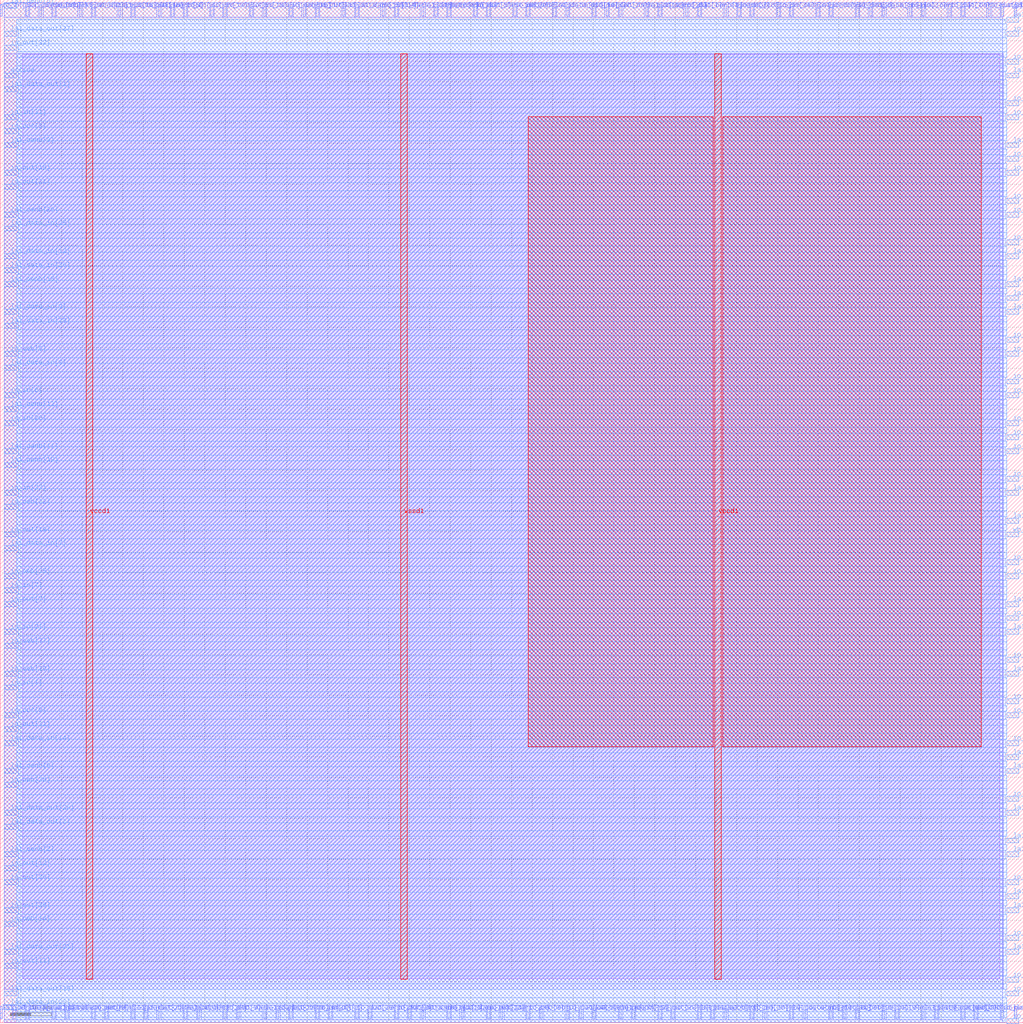
<source format=lef>
VERSION 5.7 ;
  NOWIREEXTENSIONATPIN ON ;
  DIVIDERCHAR "/" ;
  BUSBITCHARS "[]" ;
MACRO wrapped_channel
  CLASS BLOCK ;
  FOREIGN wrapped_channel ;
  ORIGIN 0.000 0.000 ;
  SIZE 250.000 BY 250.000 ;
  PIN active
    DIRECTION INPUT ;
    USE SIGNAL ;
    PORT
      LAYER met3 ;
        RECT 1.000 230.940 4.000 232.140 ;
    END
  END active
  PIN io_in[0]
    DIRECTION INPUT ;
    USE SIGNAL ;
    PORT
      LAYER met2 ;
        RECT 77.230 1.000 77.790 4.000 ;
    END
  END io_in[0]
  PIN io_in[10]
    DIRECTION INPUT ;
    USE SIGNAL ;
    PORT
      LAYER met2 ;
        RECT 138.410 246.000 138.970 249.000 ;
    END
  END io_in[10]
  PIN io_in[11]
    DIRECTION INPUT ;
    USE SIGNAL ;
    PORT
      LAYER met2 ;
        RECT -0.050 246.000 0.510 249.000 ;
    END
  END io_in[11]
  PIN io_in[12]
    DIRECTION INPUT ;
    USE SIGNAL ;
    PORT
      LAYER met3 ;
        RECT 246.000 210.540 249.000 211.740 ;
    END
  END io_in[12]
  PIN io_in[13]
    DIRECTION INPUT ;
    USE SIGNAL ;
    PORT
      LAYER met2 ;
        RECT 119.090 1.000 119.650 4.000 ;
    END
  END io_in[13]
  PIN io_in[14]
    DIRECTION INPUT ;
    USE SIGNAL ;
    PORT
      LAYER met2 ;
        RECT 93.330 246.000 93.890 249.000 ;
    END
  END io_in[14]
  PIN io_in[15]
    DIRECTION INPUT ;
    USE SIGNAL ;
    PORT
      LAYER met3 ;
        RECT 246.000 220.740 249.000 221.940 ;
    END
  END io_in[15]
  PIN io_in[16]
    DIRECTION INPUT ;
    USE SIGNAL ;
    PORT
      LAYER met3 ;
        RECT 246.000 20.140 249.000 21.340 ;
    END
  END io_in[16]
  PIN io_in[17]
    DIRECTION INPUT ;
    USE SIGNAL ;
    PORT
      LAYER met2 ;
        RECT 51.470 246.000 52.030 249.000 ;
    END
  END io_in[17]
  PIN io_in[18]
    DIRECTION INPUT ;
    USE SIGNAL ;
    PORT
      LAYER met2 ;
        RECT 61.130 246.000 61.690 249.000 ;
    END
  END io_in[18]
  PIN io_in[19]
    DIRECTION INPUT ;
    USE SIGNAL ;
    PORT
      LAYER met2 ;
        RECT 215.690 1.000 216.250 4.000 ;
    END
  END io_in[19]
  PIN io_in[1]
    DIRECTION INPUT ;
    USE SIGNAL ;
    PORT
      LAYER met3 ;
        RECT 1.000 81.340 4.000 82.540 ;
    END
  END io_in[1]
  PIN io_in[20]
    DIRECTION INPUT ;
    USE SIGNAL ;
    PORT
      LAYER met3 ;
        RECT 1.000 145.940 4.000 147.140 ;
    END
  END io_in[20]
  PIN io_in[21]
    DIRECTION INPUT ;
    USE SIGNAL ;
    PORT
      LAYER met3 ;
        RECT 1.000 94.940 4.000 96.140 ;
    END
  END io_in[21]
  PIN io_in[22]
    DIRECTION INPUT ;
    USE SIGNAL ;
    PORT
      LAYER met3 ;
        RECT 246.000 77.940 249.000 79.140 ;
    END
  END io_in[22]
  PIN io_in[23]
    DIRECTION INPUT ;
    USE SIGNAL ;
    PORT
      LAYER met2 ;
        RECT 45.030 246.000 45.590 249.000 ;
    END
  END io_in[23]
  PIN io_in[24]
    DIRECTION INPUT ;
    USE SIGNAL ;
    PORT
      LAYER met2 ;
        RECT 32.150 246.000 32.710 249.000 ;
    END
  END io_in[24]
  PIN io_in[25]
    DIRECTION INPUT ;
    USE SIGNAL ;
    PORT
      LAYER met2 ;
        RECT 186.710 1.000 187.270 4.000 ;
    END
  END io_in[25]
  PIN io_in[26]
    DIRECTION INPUT ;
    USE SIGNAL ;
    PORT
      LAYER met2 ;
        RECT 183.490 1.000 184.050 4.000 ;
    END
  END io_in[26]
  PIN io_in[27]
    DIRECTION INPUT ;
    USE SIGNAL ;
    PORT
      LAYER met3 ;
        RECT 246.000 54.140 249.000 55.340 ;
    END
  END io_in[27]
  PIN io_in[28]
    DIRECTION INPUT ;
    USE SIGNAL ;
    PORT
      LAYER met2 ;
        RECT 164.170 1.000 164.730 4.000 ;
    END
  END io_in[28]
  PIN io_in[29]
    DIRECTION INPUT ;
    USE SIGNAL ;
    PORT
      LAYER met2 ;
        RECT 247.890 246.000 248.450 249.000 ;
    END
  END io_in[29]
  PIN io_in[2]
    DIRECTION INPUT ;
    USE SIGNAL ;
    PORT
      LAYER met2 ;
        RECT 80.450 1.000 81.010 4.000 ;
    END
  END io_in[2]
  PIN io_in[30]
    DIRECTION INPUT ;
    USE SIGNAL ;
    PORT
      LAYER met3 ;
        RECT 246.000 98.340 249.000 99.540 ;
    END
  END io_in[30]
  PIN io_in[31]
    DIRECTION INPUT ;
    USE SIGNAL ;
    PORT
      LAYER met3 ;
        RECT 1.000 220.740 4.000 221.940 ;
    END
  END io_in[31]
  PIN io_in[32]
    DIRECTION INPUT ;
    USE SIGNAL ;
    PORT
      LAYER met2 ;
        RECT 154.510 1.000 155.070 4.000 ;
    END
  END io_in[32]
  PIN io_in[33]
    DIRECTION INPUT ;
    USE SIGNAL ;
    PORT
      LAYER met3 ;
        RECT 1.000 128.940 4.000 130.140 ;
    END
  END io_in[33]
  PIN io_in[34]
    DIRECTION INPUT ;
    USE SIGNAL ;
    PORT
      LAYER met2 ;
        RECT 189.930 246.000 190.490 249.000 ;
    END
  END io_in[34]
  PIN io_in[35]
    DIRECTION INPUT ;
    USE SIGNAL ;
    PORT
      LAYER met2 ;
        RECT 215.690 246.000 216.250 249.000 ;
    END
  END io_in[35]
  PIN io_in[36]
    DIRECTION INPUT ;
    USE SIGNAL ;
    PORT
      LAYER met3 ;
        RECT 246.000 156.140 249.000 157.340 ;
    END
  END io_in[36]
  PIN io_in[37]
    DIRECTION INPUT ;
    USE SIGNAL ;
    PORT
      LAYER met2 ;
        RECT 222.130 246.000 222.690 249.000 ;
    END
  END io_in[37]
  PIN io_in[3]
    DIRECTION INPUT ;
    USE SIGNAL ;
    PORT
      LAYER met2 ;
        RECT 144.850 246.000 145.410 249.000 ;
    END
  END io_in[3]
  PIN io_in[4]
    DIRECTION INPUT ;
    USE SIGNAL ;
    PORT
      LAYER met3 ;
        RECT 246.000 152.740 249.000 153.940 ;
    END
  END io_in[4]
  PIN io_in[5]
    DIRECTION INPUT ;
    USE SIGNAL ;
    PORT
      LAYER met3 ;
        RECT 246.000 241.140 249.000 242.340 ;
    END
  END io_in[5]
  PIN io_in[6]
    DIRECTION INPUT ;
    USE SIGNAL ;
    PORT
      LAYER met3 ;
        RECT 1.000 152.740 4.000 153.940 ;
    END
  END io_in[6]
  PIN io_in[7]
    DIRECTION INPUT ;
    USE SIGNAL ;
    PORT
      LAYER met3 ;
        RECT 1.000 105.140 4.000 106.340 ;
    END
  END io_in[7]
  PIN io_in[8]
    DIRECTION INPUT ;
    USE SIGNAL ;
    PORT
      LAYER met3 ;
        RECT 246.000 166.340 249.000 167.540 ;
    END
  END io_in[8]
  PIN io_in[9]
    DIRECTION INPUT ;
    USE SIGNAL ;
    PORT
      LAYER met2 ;
        RECT 41.810 246.000 42.370 249.000 ;
    END
  END io_in[9]
  PIN io_oeb[0]
    DIRECTION INOUT ;
    USE SIGNAL ;
    PORT
      LAYER met2 ;
        RECT 131.970 1.000 132.530 4.000 ;
    END
  END io_oeb[0]
  PIN io_oeb[10]
    DIRECTION INOUT ;
    USE SIGNAL ;
    PORT
      LAYER met3 ;
        RECT 1.000 84.740 4.000 85.940 ;
    END
  END io_oeb[10]
  PIN io_oeb[11]
    DIRECTION INOUT ;
    USE SIGNAL ;
    PORT
      LAYER met3 ;
        RECT 246.000 142.540 249.000 143.740 ;
    END
  END io_oeb[11]
  PIN io_oeb[12]
    DIRECTION INOUT ;
    USE SIGNAL ;
    PORT
      LAYER met3 ;
        RECT 246.000 74.540 249.000 75.740 ;
    END
  END io_oeb[12]
  PIN io_oeb[13]
    DIRECTION INOUT ;
    USE SIGNAL ;
    PORT
      LAYER met3 ;
        RECT 246.000 67.740 249.000 68.940 ;
    END
  END io_oeb[13]
  PIN io_oeb[14]
    DIRECTION INOUT ;
    USE SIGNAL ;
    PORT
      LAYER met3 ;
        RECT 1.000 23.540 4.000 24.740 ;
    END
  END io_oeb[14]
  PIN io_oeb[15]
    DIRECTION INOUT ;
    USE SIGNAL ;
    PORT
      LAYER met2 ;
        RECT 70.790 246.000 71.350 249.000 ;
    END
  END io_oeb[15]
  PIN io_oeb[16]
    DIRECTION INOUT ;
    USE SIGNAL ;
    PORT
      LAYER met3 ;
        RECT 246.000 9.940 249.000 11.140 ;
    END
  END io_oeb[16]
  PIN io_oeb[17]
    DIRECTION INOUT ;
    USE SIGNAL ;
    PORT
      LAYER met2 ;
        RECT 67.570 1.000 68.130 4.000 ;
    END
  END io_oeb[17]
  PIN io_oeb[18]
    DIRECTION INOUT ;
    USE SIGNAL ;
    PORT
      LAYER met2 ;
        RECT 180.270 246.000 180.830 249.000 ;
    END
  END io_oeb[18]
  PIN io_oeb[19]
    DIRECTION INOUT ;
    USE SIGNAL ;
    PORT
      LAYER met2 ;
        RECT 74.010 246.000 74.570 249.000 ;
    END
  END io_oeb[19]
  PIN io_oeb[1]
    DIRECTION INOUT ;
    USE SIGNAL ;
    PORT
      LAYER met2 ;
        RECT 196.370 1.000 196.930 4.000 ;
    END
  END io_oeb[1]
  PIN io_oeb[20]
    DIRECTION INOUT ;
    USE SIGNAL ;
    PORT
      LAYER met3 ;
        RECT 246.000 108.540 249.000 109.740 ;
    END
  END io_oeb[20]
  PIN io_oeb[21]
    DIRECTION INOUT ;
    USE SIGNAL ;
    PORT
      LAYER met2 ;
        RECT 9.610 246.000 10.170 249.000 ;
    END
  END io_oeb[21]
  PIN io_oeb[22]
    DIRECTION INOUT ;
    USE SIGNAL ;
    PORT
      LAYER met2 ;
        RECT 25.710 1.000 26.270 4.000 ;
    END
  END io_oeb[22]
  PIN io_oeb[23]
    DIRECTION INOUT ;
    USE SIGNAL ;
    PORT
      LAYER met2 ;
        RECT 125.530 246.000 126.090 249.000 ;
    END
  END io_oeb[23]
  PIN io_oeb[24]
    DIRECTION INOUT ;
    USE SIGNAL ;
    PORT
      LAYER met2 ;
        RECT 128.750 246.000 129.310 249.000 ;
    END
  END io_oeb[24]
  PIN io_oeb[25]
    DIRECTION INOUT ;
    USE SIGNAL ;
    PORT
      LAYER met2 ;
        RECT 238.230 1.000 238.790 4.000 ;
    END
  END io_oeb[25]
  PIN io_oeb[26]
    DIRECTION INOUT ;
    USE SIGNAL ;
    PORT
      LAYER met3 ;
        RECT 246.000 196.940 249.000 198.140 ;
    END
  END io_oeb[26]
  PIN io_oeb[27]
    DIRECTION INOUT ;
    USE SIGNAL ;
    PORT
      LAYER met2 ;
        RECT 148.070 246.000 148.630 249.000 ;
    END
  END io_oeb[27]
  PIN io_oeb[28]
    DIRECTION INOUT ;
    USE SIGNAL ;
    PORT
      LAYER met2 ;
        RECT 209.250 1.000 209.810 4.000 ;
    END
  END io_oeb[28]
  PIN io_oeb[29]
    DIRECTION INOUT ;
    USE SIGNAL ;
    PORT
      LAYER met3 ;
        RECT 246.000 162.940 249.000 164.140 ;
    END
  END io_oeb[29]
  PIN io_oeb[2]
    DIRECTION INOUT ;
    USE SIGNAL ;
    PORT
      LAYER met2 ;
        RECT 209.250 246.000 209.810 249.000 ;
    END
  END io_oeb[2]
  PIN io_oeb[30]
    DIRECTION INOUT ;
    USE SIGNAL ;
    PORT
      LAYER met2 ;
        RECT 12.830 246.000 13.390 249.000 ;
    END
  END io_oeb[30]
  PIN io_oeb[31]
    DIRECTION INOUT ;
    USE SIGNAL ;
    PORT
      LAYER met2 ;
        RECT 206.030 1.000 206.590 4.000 ;
    END
  END io_oeb[31]
  PIN io_oeb[32]
    DIRECTION INOUT ;
    USE SIGNAL ;
    PORT
      LAYER met3 ;
        RECT 1.000 125.540 4.000 126.740 ;
    END
  END io_oeb[32]
  PIN io_oeb[33]
    DIRECTION INOUT ;
    USE SIGNAL ;
    PORT
      LAYER met2 ;
        RECT 244.670 1.000 245.230 4.000 ;
    END
  END io_oeb[33]
  PIN io_oeb[34]
    DIRECTION INOUT ;
    USE SIGNAL ;
    PORT
      LAYER met2 ;
        RECT 54.690 246.000 55.250 249.000 ;
    END
  END io_oeb[34]
  PIN io_oeb[35]
    DIRECTION INOUT ;
    USE SIGNAL ;
    PORT
      LAYER met3 ;
        RECT 1.000 108.540 4.000 109.740 ;
    END
  END io_oeb[35]
  PIN io_oeb[36]
    DIRECTION INOUT ;
    USE SIGNAL ;
    PORT
      LAYER met3 ;
        RECT 1.000 57.540 4.000 58.740 ;
    END
  END io_oeb[36]
  PIN io_oeb[37]
    DIRECTION INOUT ;
    USE SIGNAL ;
    PORT
      LAYER met3 ;
        RECT 1.000 91.540 4.000 92.740 ;
    END
  END io_oeb[37]
  PIN io_oeb[3]
    DIRECTION INOUT ;
    USE SIGNAL ;
    PORT
      LAYER met2 ;
        RECT 128.750 1.000 129.310 4.000 ;
    END
  END io_oeb[3]
  PIN io_oeb[4]
    DIRECTION INOUT ;
    USE SIGNAL ;
    PORT
      LAYER met3 ;
        RECT 246.000 -0.260 249.000 0.940 ;
    END
  END io_oeb[4]
  PIN io_oeb[5]
    DIRECTION INOUT ;
    USE SIGNAL ;
    PORT
      LAYER met3 ;
        RECT 1.000 162.940 4.000 164.140 ;
    END
  END io_oeb[5]
  PIN io_oeb[6]
    DIRECTION INOUT ;
    USE SIGNAL ;
    PORT
      LAYER met3 ;
        RECT 246.000 88.140 249.000 89.340 ;
    END
  END io_oeb[6]
  PIN io_oeb[7]
    DIRECTION INOUT ;
    USE SIGNAL ;
    PORT
      LAYER met2 ;
        RECT 64.350 246.000 64.910 249.000 ;
    END
  END io_oeb[7]
  PIN io_oeb[8]
    DIRECTION INOUT ;
    USE SIGNAL ;
    PORT
      LAYER met2 ;
        RECT 22.490 1.000 23.050 4.000 ;
    END
  END io_oeb[8]
  PIN io_oeb[9]
    DIRECTION INOUT ;
    USE SIGNAL ;
    PORT
      LAYER met2 ;
        RECT 54.690 1.000 55.250 4.000 ;
    END
  END io_oeb[9]
  PIN io_out[0]
    DIRECTION INOUT ;
    USE SIGNAL ;
    PORT
      LAYER met3 ;
        RECT 246.000 234.340 249.000 235.540 ;
    END
  END io_out[0]
  PIN io_out[10]
    DIRECTION INOUT ;
    USE SIGNAL ;
    PORT
      LAYER met3 ;
        RECT 246.000 139.140 249.000 140.340 ;
    END
  END io_out[10]
  PIN io_out[11]
    DIRECTION INOUT ;
    USE SIGNAL ;
    PORT
      LAYER met3 ;
        RECT 1.000 13.340 4.000 14.540 ;
    END
  END io_out[11]
  PIN io_out[12]
    DIRECTION INOUT ;
    USE SIGNAL ;
    PORT
      LAYER met3 ;
        RECT 1.000 37.140 4.000 38.340 ;
    END
  END io_out[12]
  PIN io_out[13]
    DIRECTION INOUT ;
    USE SIGNAL ;
    PORT
      LAYER met2 ;
        RECT 202.810 1.000 203.370 4.000 ;
    END
  END io_out[13]
  PIN io_out[14]
    DIRECTION INOUT ;
    USE SIGNAL ;
    PORT
      LAYER met3 ;
        RECT 246.000 200.340 249.000 201.540 ;
    END
  END io_out[14]
  PIN io_out[15]
    DIRECTION INOUT ;
    USE SIGNAL ;
    PORT
      LAYER met3 ;
        RECT 1.000 207.140 4.000 208.340 ;
    END
  END io_out[15]
  PIN io_out[16]
    DIRECTION INOUT ;
    USE SIGNAL ;
    PORT
      LAYER met3 ;
        RECT 246.000 132.340 249.000 133.540 ;
    END
  END io_out[16]
  PIN io_out[17]
    DIRECTION INOUT ;
    USE SIGNAL ;
    PORT
      LAYER met2 ;
        RECT 231.790 246.000 232.350 249.000 ;
    END
  END io_out[17]
  PIN io_out[18]
    DIRECTION INOUT ;
    USE SIGNAL ;
    PORT
      LAYER met2 ;
        RECT 235.010 1.000 235.570 4.000 ;
    END
  END io_out[18]
  PIN io_out[19]
    DIRECTION INOUT ;
    USE SIGNAL ;
    PORT
      LAYER met3 ;
        RECT 1.000 118.740 4.000 119.940 ;
    END
  END io_out[19]
  PIN io_out[1]
    DIRECTION INOUT ;
    USE SIGNAL ;
    PORT
      LAYER met2 ;
        RECT 167.390 246.000 167.950 249.000 ;
    END
  END io_out[1]
  PIN io_out[20]
    DIRECTION INOUT ;
    USE SIGNAL ;
    PORT
      LAYER met2 ;
        RECT 202.810 246.000 203.370 249.000 ;
    END
  END io_out[20]
  PIN io_out[21]
    DIRECTION INOUT ;
    USE SIGNAL ;
    PORT
      LAYER met3 ;
        RECT 1.000 203.740 4.000 204.940 ;
    END
  END io_out[21]
  PIN io_out[22]
    DIRECTION INOUT ;
    USE SIGNAL ;
    PORT
      LAYER met2 ;
        RECT 160.950 1.000 161.510 4.000 ;
    END
  END io_out[22]
  PIN io_out[23]
    DIRECTION INOUT ;
    USE SIGNAL ;
    PORT
      LAYER met3 ;
        RECT 246.000 111.940 249.000 113.140 ;
    END
  END io_out[23]
  PIN io_out[24]
    DIRECTION INOUT ;
    USE SIGNAL ;
    PORT
      LAYER met2 ;
        RECT 138.410 1.000 138.970 4.000 ;
    END
  END io_out[24]
  PIN io_out[25]
    DIRECTION INOUT ;
    USE SIGNAL ;
    PORT
      LAYER met2 ;
        RECT 183.490 246.000 184.050 249.000 ;
    END
  END io_out[25]
  PIN io_out[26]
    DIRECTION INOUT ;
    USE SIGNAL ;
    PORT
      LAYER met3 ;
        RECT 1.000 26.940 4.000 28.140 ;
    END
  END io_out[26]
  PIN io_out[27]
    DIRECTION INOUT ;
    USE SIGNAL ;
    PORT
      LAYER met2 ;
        RECT 193.150 246.000 193.710 249.000 ;
    END
  END io_out[27]
  PIN io_out[28]
    DIRECTION INOUT ;
    USE SIGNAL ;
    PORT
      LAYER met2 ;
        RECT 86.890 1.000 87.450 4.000 ;
    END
  END io_out[28]
  PIN io_out[29]
    DIRECTION INOUT ;
    USE SIGNAL ;
    PORT
      LAYER met3 ;
        RECT 246.000 6.540 249.000 7.740 ;
    END
  END io_out[29]
  PIN io_out[2]
    DIRECTION INOUT ;
    USE SIGNAL ;
    PORT
      LAYER met2 ;
        RECT 35.370 1.000 35.930 4.000 ;
    END
  END io_out[2]
  PIN io_out[30]
    DIRECTION INOUT ;
    USE SIGNAL ;
    PORT
      LAYER met3 ;
        RECT 1.000 33.740 4.000 34.940 ;
    END
  END io_out[30]
  PIN io_out[31]
    DIRECTION INOUT ;
    USE SIGNAL ;
    PORT
      LAYER met3 ;
        RECT 1.000 71.140 4.000 72.340 ;
    END
  END io_out[31]
  PIN io_out[32]
    DIRECTION INOUT ;
    USE SIGNAL ;
    PORT
      LAYER met3 ;
        RECT 1.000 237.740 4.000 238.940 ;
    END
  END io_out[32]
  PIN io_out[33]
    DIRECTION INOUT ;
    USE SIGNAL ;
    PORT
      LAYER met3 ;
        RECT 246.000 33.740 249.000 34.940 ;
    END
  END io_out[33]
  PIN io_out[34]
    DIRECTION INOUT ;
    USE SIGNAL ;
    PORT
      LAYER met3 ;
        RECT 246.000 207.140 249.000 208.340 ;
    END
  END io_out[34]
  PIN io_out[35]
    DIRECTION INOUT ;
    USE SIGNAL ;
    PORT
      LAYER met3 ;
        RECT 246.000 190.140 249.000 191.340 ;
    END
  END io_out[35]
  PIN io_out[36]
    DIRECTION INOUT ;
    USE SIGNAL ;
    PORT
      LAYER met2 ;
        RECT 77.230 246.000 77.790 249.000 ;
    END
  END io_out[36]
  PIN io_out[37]
    DIRECTION INOUT ;
    USE SIGNAL ;
    PORT
      LAYER met3 ;
        RECT 246.000 224.140 249.000 225.340 ;
    END
  END io_out[37]
  PIN io_out[3]
    DIRECTION INOUT ;
    USE SIGNAL ;
    PORT
      LAYER met3 ;
        RECT 1.000 217.340 4.000 218.540 ;
    END
  END io_out[3]
  PIN io_out[4]
    DIRECTION INOUT ;
    USE SIGNAL ;
    PORT
      LAYER met3 ;
        RECT 246.000 145.940 249.000 147.140 ;
    END
  END io_out[4]
  PIN io_out[5]
    DIRECTION INOUT ;
    USE SIGNAL ;
    PORT
      LAYER met2 ;
        RECT 115.870 246.000 116.430 249.000 ;
    END
  END io_out[5]
  PIN io_out[6]
    DIRECTION INOUT ;
    USE SIGNAL ;
    PORT
      LAYER met2 ;
        RECT 241.450 246.000 242.010 249.000 ;
    END
  END io_out[6]
  PIN io_out[7]
    DIRECTION INOUT ;
    USE SIGNAL ;
    PORT
      LAYER met3 ;
        RECT 1.000 101.740 4.000 102.940 ;
    END
  END io_out[7]
  PIN io_out[8]
    DIRECTION INOUT ;
    USE SIGNAL ;
    PORT
      LAYER met2 ;
        RECT 96.550 1.000 97.110 4.000 ;
    END
  END io_out[8]
  PIN io_out[9]
    DIRECTION INOUT ;
    USE SIGNAL ;
    PORT
      LAYER met3 ;
        RECT 1.000 74.540 4.000 75.740 ;
    END
  END io_out[9]
  PIN la1_data_in[0]
    DIRECTION INPUT ;
    USE SIGNAL ;
    PORT
      LAYER met3 ;
        RECT 246.000 40.540 249.000 41.740 ;
    END
  END la1_data_in[0]
  PIN la1_data_in[10]
    DIRECTION INPUT ;
    USE SIGNAL ;
    PORT
      LAYER met2 ;
        RECT 109.430 1.000 109.990 4.000 ;
    END
  END la1_data_in[10]
  PIN la1_data_in[11]
    DIRECTION INPUT ;
    USE SIGNAL ;
    PORT
      LAYER met3 ;
        RECT 246.000 30.340 249.000 31.540 ;
    END
  END la1_data_in[11]
  PIN la1_data_in[12]
    DIRECTION INPUT ;
    USE SIGNAL ;
    PORT
      LAYER met3 ;
        RECT 1.000 186.740 4.000 187.940 ;
    END
  END la1_data_in[12]
  PIN la1_data_in[13]
    DIRECTION INPUT ;
    USE SIGNAL ;
    PORT
      LAYER met2 ;
        RECT 170.610 1.000 171.170 4.000 ;
    END
  END la1_data_in[13]
  PIN la1_data_in[14]
    DIRECTION INPUT ;
    USE SIGNAL ;
    PORT
      LAYER met3 ;
        RECT 1.000 67.740 4.000 68.940 ;
    END
  END la1_data_in[14]
  PIN la1_data_in[15]
    DIRECTION INPUT ;
    USE SIGNAL ;
    PORT
      LAYER met2 ;
        RECT 83.670 246.000 84.230 249.000 ;
    END
  END la1_data_in[15]
  PIN la1_data_in[16]
    DIRECTION INPUT ;
    USE SIGNAL ;
    PORT
      LAYER met2 ;
        RECT 157.730 246.000 158.290 249.000 ;
    END
  END la1_data_in[16]
  PIN la1_data_in[17]
    DIRECTION INPUT ;
    USE SIGNAL ;
    PORT
      LAYER met2 ;
        RECT 119.090 246.000 119.650 249.000 ;
    END
  END la1_data_in[17]
  PIN la1_data_in[18]
    DIRECTION INPUT ;
    USE SIGNAL ;
    PORT
      LAYER met2 ;
        RECT 218.910 1.000 219.470 4.000 ;
    END
  END la1_data_in[18]
  PIN la1_data_in[19]
    DIRECTION INPUT ;
    USE SIGNAL ;
    PORT
      LAYER met2 ;
        RECT 86.890 246.000 87.450 249.000 ;
    END
  END la1_data_in[19]
  PIN la1_data_in[1]
    DIRECTION INPUT ;
    USE SIGNAL ;
    PORT
      LAYER met2 ;
        RECT 99.770 1.000 100.330 4.000 ;
    END
  END la1_data_in[1]
  PIN la1_data_in[20]
    DIRECTION INPUT ;
    USE SIGNAL ;
    PORT
      LAYER met3 ;
        RECT 1.000 183.340 4.000 184.540 ;
    END
  END la1_data_in[20]
  PIN la1_data_in[21]
    DIRECTION INPUT ;
    USE SIGNAL ;
    PORT
      LAYER met2 ;
        RECT 244.670 246.000 245.230 249.000 ;
    END
  END la1_data_in[21]
  PIN la1_data_in[22]
    DIRECTION INPUT ;
    USE SIGNAL ;
    PORT
      LAYER met3 ;
        RECT 246.000 43.940 249.000 45.140 ;
    END
  END la1_data_in[22]
  PIN la1_data_in[23]
    DIRECTION INPUT ;
    USE SIGNAL ;
    PORT
      LAYER met3 ;
        RECT 1.000 3.140 4.000 4.340 ;
    END
  END la1_data_in[23]
  PIN la1_data_in[24]
    DIRECTION INPUT ;
    USE SIGNAL ;
    PORT
      LAYER met2 ;
        RECT 70.790 1.000 71.350 4.000 ;
    END
  END la1_data_in[24]
  PIN la1_data_in[25]
    DIRECTION INPUT ;
    USE SIGNAL ;
    PORT
      LAYER met3 ;
        RECT 1.000 193.540 4.000 194.740 ;
    END
  END la1_data_in[25]
  PIN la1_data_in[26]
    DIRECTION INPUT ;
    USE SIGNAL ;
    PORT
      LAYER met3 ;
        RECT 246.000 16.740 249.000 17.940 ;
    END
  END la1_data_in[26]
  PIN la1_data_in[27]
    DIRECTION INPUT ;
    USE SIGNAL ;
    PORT
      LAYER met2 ;
        RECT 144.850 1.000 145.410 4.000 ;
    END
  END la1_data_in[27]
  PIN la1_data_in[28]
    DIRECTION INPUT ;
    USE SIGNAL ;
    PORT
      LAYER met3 ;
        RECT 1.000 169.740 4.000 170.940 ;
    END
  END la1_data_in[28]
  PIN la1_data_in[29]
    DIRECTION INPUT ;
    USE SIGNAL ;
    PORT
      LAYER met2 ;
        RECT 6.390 246.000 6.950 249.000 ;
    END
  END la1_data_in[29]
  PIN la1_data_in[2]
    DIRECTION INPUT ;
    USE SIGNAL ;
    PORT
      LAYER met2 ;
        RECT 57.910 1.000 58.470 4.000 ;
    END
  END la1_data_in[2]
  PIN la1_data_in[30]
    DIRECTION INPUT ;
    USE SIGNAL ;
    PORT
      LAYER met2 ;
        RECT 6.390 1.000 6.950 4.000 ;
    END
  END la1_data_in[30]
  PIN la1_data_in[31]
    DIRECTION INPUT ;
    USE SIGNAL ;
    PORT
      LAYER met2 ;
        RECT 193.150 1.000 193.710 4.000 ;
    END
  END la1_data_in[31]
  PIN la1_data_in[3]
    DIRECTION INPUT ;
    USE SIGNAL ;
    PORT
      LAYER met3 ;
        RECT 1.000 159.540 4.000 160.740 ;
    END
  END la1_data_in[3]
  PIN la1_data_in[4]
    DIRECTION INPUT ;
    USE SIGNAL ;
    PORT
      LAYER met2 ;
        RECT 212.470 246.000 213.030 249.000 ;
    END
  END la1_data_in[4]
  PIN la1_data_in[5]
    DIRECTION INPUT ;
    USE SIGNAL ;
    PORT
      LAYER met3 ;
        RECT 246.000 122.140 249.000 123.340 ;
    END
  END la1_data_in[5]
  PIN la1_data_in[6]
    DIRECTION INPUT ;
    USE SIGNAL ;
    PORT
      LAYER met2 ;
        RECT 96.550 246.000 97.110 249.000 ;
    END
  END la1_data_in[6]
  PIN la1_data_in[7]
    DIRECTION INPUT ;
    USE SIGNAL ;
    PORT
      LAYER met3 ;
        RECT 1.000 115.340 4.000 116.540 ;
    END
  END la1_data_in[7]
  PIN la1_data_in[8]
    DIRECTION INPUT ;
    USE SIGNAL ;
    PORT
      LAYER met2 ;
        RECT 102.990 246.000 103.550 249.000 ;
    END
  END la1_data_in[8]
  PIN la1_data_in[9]
    DIRECTION INPUT ;
    USE SIGNAL ;
    PORT
      LAYER met3 ;
        RECT 1.000 173.140 4.000 174.340 ;
    END
  END la1_data_in[9]
  PIN la1_data_out[0]
    DIRECTION INOUT ;
    USE SIGNAL ;
    PORT
      LAYER met2 ;
        RECT 38.590 1.000 39.150 4.000 ;
    END
  END la1_data_out[0]
  PIN la1_data_out[10]
    DIRECTION INOUT ;
    USE SIGNAL ;
    PORT
      LAYER met3 ;
        RECT 246.000 60.940 249.000 62.140 ;
    END
  END la1_data_out[10]
  PIN la1_data_out[11]
    DIRECTION INOUT ;
    USE SIGNAL ;
    PORT
      LAYER met2 ;
        RECT 112.650 1.000 113.210 4.000 ;
    END
  END la1_data_out[11]
  PIN la1_data_out[12]
    DIRECTION INOUT ;
    USE SIGNAL ;
    PORT
      LAYER met3 ;
        RECT 246.000 230.940 249.000 232.140 ;
    END
  END la1_data_out[12]
  PIN la1_data_out[13]
    DIRECTION INOUT ;
    USE SIGNAL ;
    PORT
      LAYER met2 ;
        RECT 22.490 246.000 23.050 249.000 ;
    END
  END la1_data_out[13]
  PIN la1_data_out[14]
    DIRECTION INOUT ;
    USE SIGNAL ;
    PORT
      LAYER met2 ;
        RECT 135.190 246.000 135.750 249.000 ;
    END
  END la1_data_out[14]
  PIN la1_data_out[15]
    DIRECTION INOUT ;
    USE SIGNAL ;
    PORT
      LAYER met3 ;
        RECT 1.000 6.540 4.000 7.740 ;
    END
  END la1_data_out[15]
  PIN la1_data_out[16]
    DIRECTION INOUT ;
    USE SIGNAL ;
    PORT
      LAYER met3 ;
        RECT 246.000 84.740 249.000 85.940 ;
    END
  END la1_data_out[16]
  PIN la1_data_out[17]
    DIRECTION INOUT ;
    USE SIGNAL ;
    PORT
      LAYER met3 ;
        RECT 246.000 179.940 249.000 181.140 ;
    END
  END la1_data_out[17]
  PIN la1_data_out[18]
    DIRECTION INOUT ;
    USE SIGNAL ;
    PORT
      LAYER met2 ;
        RECT 28.930 246.000 29.490 249.000 ;
    END
  END la1_data_out[18]
  PIN la1_data_out[19]
    DIRECTION INOUT ;
    USE SIGNAL ;
    PORT
      LAYER met3 ;
        RECT 246.000 128.940 249.000 130.140 ;
    END
  END la1_data_out[19]
  PIN la1_data_out[1]
    DIRECTION INOUT ;
    USE SIGNAL ;
    PORT
      LAYER met3 ;
        RECT 1.000 227.540 4.000 228.740 ;
    END
  END la1_data_out[1]
  PIN la1_data_out[20]
    DIRECTION INOUT ;
    USE SIGNAL ;
    PORT
      LAYER met3 ;
        RECT 1.000 50.740 4.000 51.940 ;
    END
  END la1_data_out[20]
  PIN la1_data_out[21]
    DIRECTION INOUT ;
    USE SIGNAL ;
    PORT
      LAYER met3 ;
        RECT 246.000 213.940 249.000 215.140 ;
    END
  END la1_data_out[21]
  PIN la1_data_out[22]
    DIRECTION INOUT ;
    USE SIGNAL ;
    PORT
      LAYER met2 ;
        RECT 151.290 246.000 151.850 249.000 ;
    END
  END la1_data_out[22]
  PIN la1_data_out[23]
    DIRECTION INOUT ;
    USE SIGNAL ;
    PORT
      LAYER met2 ;
        RECT 64.350 1.000 64.910 4.000 ;
    END
  END la1_data_out[23]
  PIN la1_data_out[24]
    DIRECTION INOUT ;
    USE SIGNAL ;
    PORT
      LAYER met3 ;
        RECT 246.000 94.940 249.000 96.140 ;
    END
  END la1_data_out[24]
  PIN la1_data_out[25]
    DIRECTION INOUT ;
    USE SIGNAL ;
    PORT
      LAYER met3 ;
        RECT 1.000 16.740 4.000 17.940 ;
    END
  END la1_data_out[25]
  PIN la1_data_out[26]
    DIRECTION INOUT ;
    USE SIGNAL ;
    PORT
      LAYER met3 ;
        RECT 246.000 26.940 249.000 28.140 ;
    END
  END la1_data_out[26]
  PIN la1_data_out[27]
    DIRECTION INOUT ;
    USE SIGNAL ;
    PORT
      LAYER met3 ;
        RECT 1.000 241.140 4.000 242.340 ;
    END
  END la1_data_out[27]
  PIN la1_data_out[28]
    DIRECTION INOUT ;
    USE SIGNAL ;
    PORT
      LAYER met2 ;
        RECT 225.350 1.000 225.910 4.000 ;
    END
  END la1_data_out[28]
  PIN la1_data_out[29]
    DIRECTION INOUT ;
    USE SIGNAL ;
    PORT
      LAYER met2 ;
        RECT 32.150 1.000 32.710 4.000 ;
    END
  END la1_data_out[29]
  PIN la1_data_out[2]
    DIRECTION INOUT ;
    USE SIGNAL ;
    PORT
      LAYER met2 ;
        RECT 102.990 1.000 103.550 4.000 ;
    END
  END la1_data_out[2]
  PIN la1_data_out[30]
    DIRECTION INOUT ;
    USE SIGNAL ;
    PORT
      LAYER met3 ;
        RECT 246.000 64.340 249.000 65.540 ;
    END
  END la1_data_out[30]
  PIN la1_data_out[31]
    DIRECTION INOUT ;
    USE SIGNAL ;
    PORT
      LAYER met3 ;
        RECT 246.000 244.540 249.000 245.740 ;
    END
  END la1_data_out[31]
  PIN la1_data_out[3]
    DIRECTION INOUT ;
    USE SIGNAL ;
    PORT
      LAYER met3 ;
        RECT 1.000 47.340 4.000 48.540 ;
    END
  END la1_data_out[3]
  PIN la1_data_out[4]
    DIRECTION INOUT ;
    USE SIGNAL ;
    PORT
      LAYER met2 ;
        RECT 228.570 1.000 229.130 4.000 ;
    END
  END la1_data_out[4]
  PIN la1_data_out[5]
    DIRECTION INOUT ;
    USE SIGNAL ;
    PORT
      LAYER met2 ;
        RECT 16.050 1.000 16.610 4.000 ;
    END
  END la1_data_out[5]
  PIN la1_data_out[6]
    DIRECTION INOUT ;
    USE SIGNAL ;
    PORT
      LAYER met3 ;
        RECT 246.000 101.740 249.000 102.940 ;
    END
  END la1_data_out[6]
  PIN la1_data_out[7]
    DIRECTION INOUT ;
    USE SIGNAL ;
    PORT
      LAYER met2 ;
        RECT 3.170 1.000 3.730 4.000 ;
    END
  END la1_data_out[7]
  PIN la1_data_out[8]
    DIRECTION INOUT ;
    USE SIGNAL ;
    PORT
      LAYER met3 ;
        RECT 246.000 186.740 249.000 187.940 ;
    END
  END la1_data_out[8]
  PIN la1_data_out[9]
    DIRECTION INOUT ;
    USE SIGNAL ;
    PORT
      LAYER met2 ;
        RECT 235.010 246.000 235.570 249.000 ;
    END
  END la1_data_out[9]
  PIN la1_oenb[0]
    DIRECTION INPUT ;
    USE SIGNAL ;
    PORT
      LAYER met2 ;
        RECT 247.890 1.000 248.450 4.000 ;
    END
  END la1_oenb[0]
  PIN la1_oenb[10]
    DIRECTION INPUT ;
    USE SIGNAL ;
    PORT
      LAYER met2 ;
        RECT 225.350 246.000 225.910 249.000 ;
    END
  END la1_oenb[10]
  PIN la1_oenb[11]
    DIRECTION INPUT ;
    USE SIGNAL ;
    PORT
      LAYER met3 ;
        RECT 1.000 139.140 4.000 140.340 ;
    END
  END la1_oenb[11]
  PIN la1_oenb[12]
    DIRECTION INPUT ;
    USE SIGNAL ;
    PORT
      LAYER met3 ;
        RECT 1.000 149.340 4.000 150.540 ;
    END
  END la1_oenb[12]
  PIN la1_oenb[13]
    DIRECTION INPUT ;
    USE SIGNAL ;
    PORT
      LAYER met2 ;
        RECT 151.290 1.000 151.850 4.000 ;
    END
  END la1_oenb[13]
  PIN la1_oenb[14]
    DIRECTION INPUT ;
    USE SIGNAL ;
    PORT
      LAYER met2 ;
        RECT -0.050 1.000 0.510 4.000 ;
    END
  END la1_oenb[14]
  PIN la1_oenb[15]
    DIRECTION INPUT ;
    USE SIGNAL ;
    PORT
      LAYER met2 ;
        RECT 177.050 1.000 177.610 4.000 ;
    END
  END la1_oenb[15]
  PIN la1_oenb[16]
    DIRECTION INPUT ;
    USE SIGNAL ;
    PORT
      LAYER met3 ;
        RECT 1.000 179.940 4.000 181.140 ;
    END
  END la1_oenb[16]
  PIN la1_oenb[17]
    DIRECTION INPUT ;
    USE SIGNAL ;
    PORT
      LAYER met2 ;
        RECT 19.270 246.000 19.830 249.000 ;
    END
  END la1_oenb[17]
  PIN la1_oenb[18]
    DIRECTION INPUT ;
    USE SIGNAL ;
    PORT
      LAYER met2 ;
        RECT 109.430 246.000 109.990 249.000 ;
    END
  END la1_oenb[18]
  PIN la1_oenb[19]
    DIRECTION INPUT ;
    USE SIGNAL ;
    PORT
      LAYER met3 ;
        RECT 1.000 135.740 4.000 136.940 ;
    END
  END la1_oenb[19]
  PIN la1_oenb[1]
    DIRECTION INPUT ;
    USE SIGNAL ;
    PORT
      LAYER met2 ;
        RECT 45.030 1.000 45.590 4.000 ;
    END
  END la1_oenb[1]
  PIN la1_oenb[20]
    DIRECTION INPUT ;
    USE SIGNAL ;
    PORT
      LAYER met2 ;
        RECT 12.830 1.000 13.390 4.000 ;
    END
  END la1_oenb[20]
  PIN la1_oenb[21]
    DIRECTION INPUT ;
    USE SIGNAL ;
    PORT
      LAYER met2 ;
        RECT 160.950 246.000 161.510 249.000 ;
    END
  END la1_oenb[21]
  PIN la1_oenb[22]
    DIRECTION INPUT ;
    USE SIGNAL ;
    PORT
      LAYER met2 ;
        RECT 106.210 246.000 106.770 249.000 ;
    END
  END la1_oenb[22]
  PIN la1_oenb[23]
    DIRECTION INPUT ;
    USE SIGNAL ;
    PORT
      LAYER met2 ;
        RECT 122.310 1.000 122.870 4.000 ;
    END
  END la1_oenb[23]
  PIN la1_oenb[24]
    DIRECTION INPUT ;
    USE SIGNAL ;
    PORT
      LAYER met2 ;
        RECT 199.590 246.000 200.150 249.000 ;
    END
  END la1_oenb[24]
  PIN la1_oenb[25]
    DIRECTION INPUT ;
    USE SIGNAL ;
    PORT
      LAYER met3 ;
        RECT 246.000 50.740 249.000 51.940 ;
    END
  END la1_oenb[25]
  PIN la1_oenb[26]
    DIRECTION INPUT ;
    USE SIGNAL ;
    PORT
      LAYER met3 ;
        RECT 1.000 196.940 4.000 198.140 ;
    END
  END la1_oenb[26]
  PIN la1_oenb[27]
    DIRECTION INPUT ;
    USE SIGNAL ;
    PORT
      LAYER met3 ;
        RECT 246.000 176.540 249.000 177.740 ;
    END
  END la1_oenb[27]
  PIN la1_oenb[28]
    DIRECTION INPUT ;
    USE SIGNAL ;
    PORT
      LAYER met2 ;
        RECT 48.250 1.000 48.810 4.000 ;
    END
  END la1_oenb[28]
  PIN la1_oenb[29]
    DIRECTION INPUT ;
    USE SIGNAL ;
    PORT
      LAYER met2 ;
        RECT 90.110 1.000 90.670 4.000 ;
    END
  END la1_oenb[29]
  PIN la1_oenb[2]
    DIRECTION INPUT ;
    USE SIGNAL ;
    PORT
      LAYER met3 ;
        RECT 1.000 40.540 4.000 41.740 ;
    END
  END la1_oenb[2]
  PIN la1_oenb[30]
    DIRECTION INPUT ;
    USE SIGNAL ;
    PORT
      LAYER met3 ;
        RECT 246.000 173.140 249.000 174.340 ;
    END
  END la1_oenb[30]
  PIN la1_oenb[31]
    DIRECTION INPUT ;
    USE SIGNAL ;
    PORT
      LAYER met2 ;
        RECT 141.630 1.000 142.190 4.000 ;
    END
  END la1_oenb[31]
  PIN la1_oenb[3]
    DIRECTION INPUT ;
    USE SIGNAL ;
    PORT
      LAYER met2 ;
        RECT 177.050 246.000 177.610 249.000 ;
    END
  END la1_oenb[3]
  PIN la1_oenb[4]
    DIRECTION INPUT ;
    USE SIGNAL ;
    PORT
      LAYER met2 ;
        RECT 170.610 246.000 171.170 249.000 ;
    END
  END la1_oenb[4]
  PIN la1_oenb[5]
    DIRECTION INPUT ;
    USE SIGNAL ;
    PORT
      LAYER met3 ;
        RECT 1.000 247.940 4.000 249.140 ;
    END
  END la1_oenb[5]
  PIN la1_oenb[6]
    DIRECTION INPUT ;
    USE SIGNAL ;
    PORT
      LAYER met2 ;
        RECT 38.590 246.000 39.150 249.000 ;
    END
  END la1_oenb[6]
  PIN la1_oenb[7]
    DIRECTION INPUT ;
    USE SIGNAL ;
    PORT
      LAYER met2 ;
        RECT 173.830 1.000 174.390 4.000 ;
    END
  END la1_oenb[7]
  PIN la1_oenb[8]
    DIRECTION INPUT ;
    USE SIGNAL ;
    PORT
      LAYER met3 ;
        RECT 1.000 60.940 4.000 62.140 ;
    END
  END la1_oenb[8]
  PIN la1_oenb[9]
    DIRECTION INPUT ;
    USE SIGNAL ;
    PORT
      LAYER met3 ;
        RECT 1.000 213.940 4.000 215.140 ;
    END
  END la1_oenb[9]
  PIN vccd1
    DIRECTION INOUT ;
    USE POWER ;
    PORT
      LAYER met4 ;
        RECT 21.040 10.640 22.640 236.880 ;
    END
    PORT
      LAYER met4 ;
        RECT 174.640 10.640 176.240 236.880 ;
    END
  END vccd1
  PIN vssd1
    DIRECTION INOUT ;
    USE GROUND ;
    PORT
      LAYER met4 ;
        RECT 97.840 10.640 99.440 236.880 ;
    END
  END vssd1
  PIN wb_clk_i
    DIRECTION INPUT ;
    USE SIGNAL ;
    PORT
      LAYER met3 ;
        RECT 246.000 118.740 249.000 119.940 ;
    END
  END wb_clk_i
  OBS
      LAYER li1 ;
        RECT 5.520 10.795 244.260 236.725 ;
      LAYER met1 ;
        RECT 0.990 8.200 245.110 236.880 ;
      LAYER met2 ;
        RECT 1.020 249.280 245.080 249.290 ;
        RECT 1.020 245.720 6.110 249.280 ;
        RECT 7.230 245.720 9.330 249.280 ;
        RECT 10.450 245.720 12.550 249.280 ;
        RECT 13.670 245.720 18.990 249.280 ;
        RECT 20.110 245.720 22.210 249.280 ;
        RECT 23.330 245.720 28.650 249.280 ;
        RECT 29.770 245.720 31.870 249.280 ;
        RECT 32.990 245.720 38.310 249.280 ;
        RECT 39.430 245.720 41.530 249.280 ;
        RECT 42.650 245.720 44.750 249.280 ;
        RECT 45.870 245.720 51.190 249.280 ;
        RECT 52.310 245.720 54.410 249.280 ;
        RECT 55.530 245.720 60.850 249.280 ;
        RECT 61.970 245.720 64.070 249.280 ;
        RECT 65.190 245.720 70.510 249.280 ;
        RECT 71.630 245.720 73.730 249.280 ;
        RECT 74.850 245.720 76.950 249.280 ;
        RECT 78.070 245.720 83.390 249.280 ;
        RECT 84.510 245.720 86.610 249.280 ;
        RECT 87.730 245.720 93.050 249.280 ;
        RECT 94.170 245.720 96.270 249.280 ;
        RECT 97.390 245.720 102.710 249.280 ;
        RECT 103.830 245.720 105.930 249.280 ;
        RECT 107.050 245.720 109.150 249.280 ;
        RECT 110.270 245.720 115.590 249.280 ;
        RECT 116.710 245.720 118.810 249.280 ;
        RECT 119.930 245.720 125.250 249.280 ;
        RECT 126.370 245.720 128.470 249.280 ;
        RECT 129.590 245.720 134.910 249.280 ;
        RECT 136.030 245.720 138.130 249.280 ;
        RECT 139.250 245.720 144.570 249.280 ;
        RECT 145.690 245.720 147.790 249.280 ;
        RECT 148.910 245.720 151.010 249.280 ;
        RECT 152.130 245.720 157.450 249.280 ;
        RECT 158.570 245.720 160.670 249.280 ;
        RECT 161.790 245.720 167.110 249.280 ;
        RECT 168.230 245.720 170.330 249.280 ;
        RECT 171.450 245.720 176.770 249.280 ;
        RECT 177.890 245.720 179.990 249.280 ;
        RECT 181.110 245.720 183.210 249.280 ;
        RECT 184.330 245.720 189.650 249.280 ;
        RECT 190.770 245.720 192.870 249.280 ;
        RECT 193.990 245.720 199.310 249.280 ;
        RECT 200.430 245.720 202.530 249.280 ;
        RECT 203.650 245.720 208.970 249.280 ;
        RECT 210.090 245.720 212.190 249.280 ;
        RECT 213.310 245.720 215.410 249.280 ;
        RECT 216.530 245.720 221.850 249.280 ;
        RECT 222.970 245.720 225.070 249.280 ;
        RECT 226.190 245.720 231.510 249.280 ;
        RECT 232.630 245.720 234.730 249.280 ;
        RECT 235.850 245.720 241.170 249.280 ;
        RECT 242.290 245.720 244.390 249.280 ;
        RECT 1.020 4.280 245.080 245.720 ;
        RECT 1.020 0.720 2.890 4.280 ;
        RECT 4.010 0.720 6.110 4.280 ;
        RECT 7.230 0.720 12.550 4.280 ;
        RECT 13.670 0.720 15.770 4.280 ;
        RECT 16.890 0.720 22.210 4.280 ;
        RECT 23.330 0.720 25.430 4.280 ;
        RECT 26.550 0.720 31.870 4.280 ;
        RECT 32.990 0.720 35.090 4.280 ;
        RECT 36.210 0.720 38.310 4.280 ;
        RECT 39.430 0.720 44.750 4.280 ;
        RECT 45.870 0.720 47.970 4.280 ;
        RECT 49.090 0.720 54.410 4.280 ;
        RECT 55.530 0.720 57.630 4.280 ;
        RECT 58.750 0.720 64.070 4.280 ;
        RECT 65.190 0.720 67.290 4.280 ;
        RECT 68.410 0.720 70.510 4.280 ;
        RECT 71.630 0.720 76.950 4.280 ;
        RECT 78.070 0.720 80.170 4.280 ;
        RECT 81.290 0.720 86.610 4.280 ;
        RECT 87.730 0.720 89.830 4.280 ;
        RECT 90.950 0.720 96.270 4.280 ;
        RECT 97.390 0.720 99.490 4.280 ;
        RECT 100.610 0.720 102.710 4.280 ;
        RECT 103.830 0.720 109.150 4.280 ;
        RECT 110.270 0.720 112.370 4.280 ;
        RECT 113.490 0.720 118.810 4.280 ;
        RECT 119.930 0.720 122.030 4.280 ;
        RECT 123.150 0.720 128.470 4.280 ;
        RECT 129.590 0.720 131.690 4.280 ;
        RECT 132.810 0.720 138.130 4.280 ;
        RECT 139.250 0.720 141.350 4.280 ;
        RECT 142.470 0.720 144.570 4.280 ;
        RECT 145.690 0.720 151.010 4.280 ;
        RECT 152.130 0.720 154.230 4.280 ;
        RECT 155.350 0.720 160.670 4.280 ;
        RECT 161.790 0.720 163.890 4.280 ;
        RECT 165.010 0.720 170.330 4.280 ;
        RECT 171.450 0.720 173.550 4.280 ;
        RECT 174.670 0.720 176.770 4.280 ;
        RECT 177.890 0.720 183.210 4.280 ;
        RECT 184.330 0.720 186.430 4.280 ;
        RECT 187.550 0.720 192.870 4.280 ;
        RECT 193.990 0.720 196.090 4.280 ;
        RECT 197.210 0.720 202.530 4.280 ;
        RECT 203.650 0.720 205.750 4.280 ;
        RECT 206.870 0.720 208.970 4.280 ;
        RECT 210.090 0.720 215.410 4.280 ;
        RECT 216.530 0.720 218.630 4.280 ;
        RECT 219.750 0.720 225.070 4.280 ;
        RECT 226.190 0.720 228.290 4.280 ;
        RECT 229.410 0.720 234.730 4.280 ;
        RECT 235.850 0.720 237.950 4.280 ;
        RECT 239.070 0.720 244.390 4.280 ;
        RECT 1.020 0.155 245.080 0.720 ;
      LAYER met3 ;
        RECT 4.000 244.140 245.600 245.305 ;
        RECT 4.000 242.740 246.000 244.140 ;
        RECT 4.400 240.740 245.600 242.740 ;
        RECT 4.000 239.340 246.000 240.740 ;
        RECT 4.400 237.340 246.000 239.340 ;
        RECT 4.000 235.940 246.000 237.340 ;
        RECT 4.000 233.940 245.600 235.940 ;
        RECT 4.000 232.540 246.000 233.940 ;
        RECT 4.400 230.540 245.600 232.540 ;
        RECT 4.000 229.140 246.000 230.540 ;
        RECT 4.400 227.140 246.000 229.140 ;
        RECT 4.000 225.740 246.000 227.140 ;
        RECT 4.000 223.740 245.600 225.740 ;
        RECT 4.000 222.340 246.000 223.740 ;
        RECT 4.400 220.340 245.600 222.340 ;
        RECT 4.000 218.940 246.000 220.340 ;
        RECT 4.400 216.940 246.000 218.940 ;
        RECT 4.000 215.540 246.000 216.940 ;
        RECT 4.400 213.540 245.600 215.540 ;
        RECT 4.000 212.140 246.000 213.540 ;
        RECT 4.000 210.140 245.600 212.140 ;
        RECT 4.000 208.740 246.000 210.140 ;
        RECT 4.400 206.740 245.600 208.740 ;
        RECT 4.000 205.340 246.000 206.740 ;
        RECT 4.400 203.340 246.000 205.340 ;
        RECT 4.000 201.940 246.000 203.340 ;
        RECT 4.000 199.940 245.600 201.940 ;
        RECT 4.000 198.540 246.000 199.940 ;
        RECT 4.400 196.540 245.600 198.540 ;
        RECT 4.000 195.140 246.000 196.540 ;
        RECT 4.400 193.140 246.000 195.140 ;
        RECT 4.000 191.740 246.000 193.140 ;
        RECT 4.000 189.740 245.600 191.740 ;
        RECT 4.000 188.340 246.000 189.740 ;
        RECT 4.400 186.340 245.600 188.340 ;
        RECT 4.000 184.940 246.000 186.340 ;
        RECT 4.400 182.940 246.000 184.940 ;
        RECT 4.000 181.540 246.000 182.940 ;
        RECT 4.400 179.540 245.600 181.540 ;
        RECT 4.000 178.140 246.000 179.540 ;
        RECT 4.000 176.140 245.600 178.140 ;
        RECT 4.000 174.740 246.000 176.140 ;
        RECT 4.400 172.740 245.600 174.740 ;
        RECT 4.000 171.340 246.000 172.740 ;
        RECT 4.400 169.340 246.000 171.340 ;
        RECT 4.000 167.940 246.000 169.340 ;
        RECT 4.000 165.940 245.600 167.940 ;
        RECT 4.000 164.540 246.000 165.940 ;
        RECT 4.400 162.540 245.600 164.540 ;
        RECT 4.000 161.140 246.000 162.540 ;
        RECT 4.400 159.140 246.000 161.140 ;
        RECT 4.000 157.740 246.000 159.140 ;
        RECT 4.000 155.740 245.600 157.740 ;
        RECT 4.000 154.340 246.000 155.740 ;
        RECT 4.400 152.340 245.600 154.340 ;
        RECT 4.000 150.940 246.000 152.340 ;
        RECT 4.400 148.940 246.000 150.940 ;
        RECT 4.000 147.540 246.000 148.940 ;
        RECT 4.400 145.540 245.600 147.540 ;
        RECT 4.000 144.140 246.000 145.540 ;
        RECT 4.000 142.140 245.600 144.140 ;
        RECT 4.000 140.740 246.000 142.140 ;
        RECT 4.400 138.740 245.600 140.740 ;
        RECT 4.000 137.340 246.000 138.740 ;
        RECT 4.400 135.340 246.000 137.340 ;
        RECT 4.000 133.940 246.000 135.340 ;
        RECT 4.000 131.940 245.600 133.940 ;
        RECT 4.000 130.540 246.000 131.940 ;
        RECT 4.400 128.540 245.600 130.540 ;
        RECT 4.000 127.140 246.000 128.540 ;
        RECT 4.400 125.140 246.000 127.140 ;
        RECT 4.000 123.740 246.000 125.140 ;
        RECT 4.000 121.740 245.600 123.740 ;
        RECT 4.000 120.340 246.000 121.740 ;
        RECT 4.400 118.340 245.600 120.340 ;
        RECT 4.000 116.940 246.000 118.340 ;
        RECT 4.400 114.940 246.000 116.940 ;
        RECT 4.000 113.540 246.000 114.940 ;
        RECT 4.000 111.540 245.600 113.540 ;
        RECT 4.000 110.140 246.000 111.540 ;
        RECT 4.400 108.140 245.600 110.140 ;
        RECT 4.000 106.740 246.000 108.140 ;
        RECT 4.400 104.740 246.000 106.740 ;
        RECT 4.000 103.340 246.000 104.740 ;
        RECT 4.400 101.340 245.600 103.340 ;
        RECT 4.000 99.940 246.000 101.340 ;
        RECT 4.000 97.940 245.600 99.940 ;
        RECT 4.000 96.540 246.000 97.940 ;
        RECT 4.400 94.540 245.600 96.540 ;
        RECT 4.000 93.140 246.000 94.540 ;
        RECT 4.400 91.140 246.000 93.140 ;
        RECT 4.000 89.740 246.000 91.140 ;
        RECT 4.000 87.740 245.600 89.740 ;
        RECT 4.000 86.340 246.000 87.740 ;
        RECT 4.400 84.340 245.600 86.340 ;
        RECT 4.000 82.940 246.000 84.340 ;
        RECT 4.400 80.940 246.000 82.940 ;
        RECT 4.000 79.540 246.000 80.940 ;
        RECT 4.000 77.540 245.600 79.540 ;
        RECT 4.000 76.140 246.000 77.540 ;
        RECT 4.400 74.140 245.600 76.140 ;
        RECT 4.000 72.740 246.000 74.140 ;
        RECT 4.400 70.740 246.000 72.740 ;
        RECT 4.000 69.340 246.000 70.740 ;
        RECT 4.400 67.340 245.600 69.340 ;
        RECT 4.000 65.940 246.000 67.340 ;
        RECT 4.000 63.940 245.600 65.940 ;
        RECT 4.000 62.540 246.000 63.940 ;
        RECT 4.400 60.540 245.600 62.540 ;
        RECT 4.000 59.140 246.000 60.540 ;
        RECT 4.400 57.140 246.000 59.140 ;
        RECT 4.000 55.740 246.000 57.140 ;
        RECT 4.000 53.740 245.600 55.740 ;
        RECT 4.000 52.340 246.000 53.740 ;
        RECT 4.400 50.340 245.600 52.340 ;
        RECT 4.000 48.940 246.000 50.340 ;
        RECT 4.400 46.940 246.000 48.940 ;
        RECT 4.000 45.540 246.000 46.940 ;
        RECT 4.000 43.540 245.600 45.540 ;
        RECT 4.000 42.140 246.000 43.540 ;
        RECT 4.400 40.140 245.600 42.140 ;
        RECT 4.000 38.740 246.000 40.140 ;
        RECT 4.400 36.740 246.000 38.740 ;
        RECT 4.000 35.340 246.000 36.740 ;
        RECT 4.400 33.340 245.600 35.340 ;
        RECT 4.000 31.940 246.000 33.340 ;
        RECT 4.000 29.940 245.600 31.940 ;
        RECT 4.000 28.540 246.000 29.940 ;
        RECT 4.400 26.540 245.600 28.540 ;
        RECT 4.000 25.140 246.000 26.540 ;
        RECT 4.400 23.140 246.000 25.140 ;
        RECT 4.000 21.740 246.000 23.140 ;
        RECT 4.000 19.740 245.600 21.740 ;
        RECT 4.000 18.340 246.000 19.740 ;
        RECT 4.400 16.340 245.600 18.340 ;
        RECT 4.000 14.940 246.000 16.340 ;
        RECT 4.400 12.940 246.000 14.940 ;
        RECT 4.000 11.540 246.000 12.940 ;
        RECT 4.000 9.540 245.600 11.540 ;
        RECT 4.000 8.140 246.000 9.540 ;
        RECT 4.400 6.140 245.600 8.140 ;
        RECT 4.000 4.740 246.000 6.140 ;
        RECT 4.400 2.740 246.000 4.740 ;
        RECT 4.000 1.340 246.000 2.740 ;
        RECT 4.000 0.175 245.600 1.340 ;
      LAYER met4 ;
        RECT 129.095 67.495 174.240 221.505 ;
        RECT 176.640 67.495 239.825 221.505 ;
  END
END wrapped_channel
END LIBRARY


</source>
